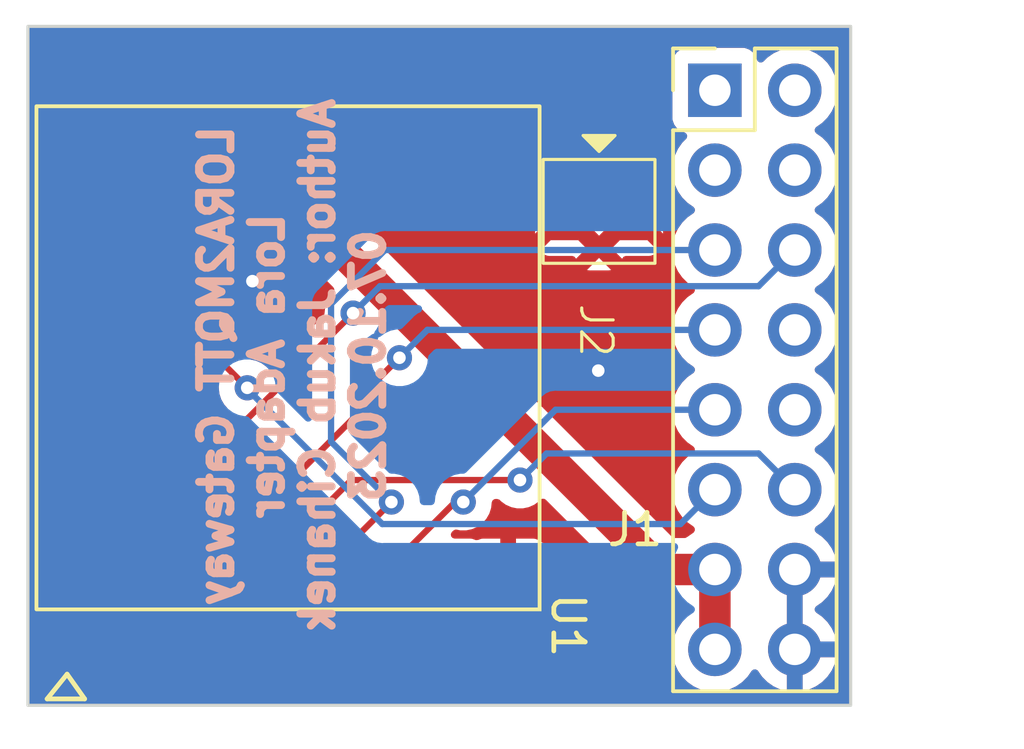
<source format=kicad_pcb>
(kicad_pcb (version 20221018) (generator pcbnew)
  (layers (0 "F.Cu" signal) (31 "B.Cu" signal) (34 "B.Paste" user) (35 "F.Paste" user) (36 "B.SilkS" user "B.Silkscreen") (37 "F.SilkS" user "F.Silkscreen") (38 "B.Mask" user) (39 "F.Mask" user) (44 "Edge.Cuts" user))
  (net 0 "")
  (net 3 "NSS")
  (net 4 "MOSI")
  (net 5 "RST")
  (net 6 "DIO0")
  (net 7 "+3.3V")
  (net 8 "GND")
  (net 9 "SCK")
  (net 10 "MISO")
  (net 11 "Net-(J2-In)")
  (footprint "radios_johnymalina:rfmxx_lora_module" (layer "F.Cu") (at 95.646 66.674 90)
    (fp_text reference "U1" (at -8.51 8.906 270 unlocked) (layer "F.SilkS"))
    (fp_text value "RFM9X")
    (fp_rect (start -8 8) (end 8 -8) (stroke (width 0.12)) (fill none) (layer "F.SilkS"))
    (pad "1" smd rect (at -8 -7 90) (size 3.5 1.5) (layers "F.Cu" "F.Paste" "F.Mask") (net 8 "GND"))
    (pad "2" smd rect (at -8 -5 90) (size 3.5 1.5) (layers "F.Cu" "F.Paste" "F.Mask") (net 10 "MISO"))
    (pad "3" smd rect (at -8 -3 90) (size 3.5 1.5) (layers "F.Cu" "F.Paste" "F.Mask") (net 4 "MOSI"))
    (pad "4" smd rect (at -8 -1 90) (size 3.5 1.5) (layers "F.Cu" "F.Paste" "F.Mask") (net 9 "SCK"))
    (pad "5" smd rect (at -8 1 90) (size 3.5 1.5) (layers "F.Cu" "F.Paste" "F.Mask") (net 3 "NSS"))
    (pad "6" smd rect (at -8 3 90) (size 3.5 1.5) (layers "F.Cu" "F.Paste" "F.Mask") (net 5 "RST"))
    (pad "7" smd rect (at -8 5 90) (size 3.5 1.5) (layers "F.Cu" "F.Paste" "F.Mask"))
    (pad "8" smd rect (at -8 7 90) (size 3.5 1.5) (layers "F.Cu" "F.Paste" "F.Mask") (net 8 "GND"))
    (pad "9" smd rect (at 8 7 90) (size 3.5 1.5) (layers "F.Cu" "F.Paste" "F.Mask") (net 11 "Net-(J2-In)"))
    (pad "10" smd rect (at 8 5 90) (size 3.5 1.5) (layers "F.Cu" "F.Paste" "F.Mask") (net 8 "GND"))
    (pad "11" smd rect (at 8 3 90) (size 3.5 1.5) (layers "F.Cu" "F.Paste" "F.Mask"))
    (pad "12" smd rect (at 8 1 90) (size 3.5 1.5) (layers "F.Cu" "F.Paste" "F.Mask"))
    (pad "13" smd rect (at 8 -1 90) (size 3.5 1.5) (layers "F.Cu" "F.Paste" "F.Mask") (net 7 "+3.3V"))
    (pad "14" smd rect (at 8 -3 90) (size 3.5 1.5) (layers "F.Cu" "F.Paste" "F.Mask") (net 6 "DIO0"))
    (pad "15" smd rect (at 8 -5 90) (size 3.5 1.5) (layers "F.Cu" "F.Paste" "F.Mask"))
    (pad "16" smd rect (at 8 -7 90) (size 3.5 1.5) (layers "F.Cu" "F.Paste" "F.Mask"))
  )
  (footprint "Connector_PinHeader_2.54mm:PinHeader_2x08_P2.54mm_Vertical" (layer "F.Cu") (at 109.22 58.166)
    (fp_text reference "J1" (at -2.54 13.97) (layer "F.SilkS"))
    (fp_text value "Conn_02x08_Odd_Even")
    (fp_line (start -1.33 -1.33) (end 0 -1.33) (stroke (width 0.12)) (layer "F.SilkS"))
    (fp_line (start -1.33 0) (end -1.33 -1.33) (stroke (width 0.12)) (layer "F.SilkS"))
    (fp_line (start -1.33 1.27) (end -1.33 19.11) (stroke (width 0.12)) (layer "F.SilkS"))
    (fp_line (start -1.33 1.27) (end 1.27 1.27) (stroke (width 0.12)) (layer "F.SilkS"))
    (fp_line (start -1.33 19.11) (end 3.87 19.11) (stroke (width 0.12)) (layer "F.SilkS"))
    (fp_line (start 1.27 -1.33) (end 3.87 -1.33) (stroke (width 0.12)) (layer "F.SilkS"))
    (fp_line (start 1.27 1.27) (end 1.27 -1.33) (stroke (width 0.12)) (layer "F.SilkS"))
    (fp_line (start 3.87 -1.33) (end 3.87 19.11) (stroke (width 0.12)) (layer "F.SilkS"))
    (pad "1" thru_hole rect (at 0 0) (size 1.7 1.7) (drill 1) (layers "*.Cu" "*.Mask"))
    (pad "2" thru_hole oval (at 2.54 0) (size 1.7 1.7) (drill 1) (layers "*.Cu" "*.Mask"))
    (pad "3" thru_hole oval (at 0 2.54) (size 1.7 1.7) (drill 1) (layers "*.Cu" "*.Mask"))
    (pad "4" thru_hole oval (at 2.54 2.54) (size 1.7 1.7) (drill 1) (layers "*.Cu" "*.Mask"))
    (pad "5" thru_hole oval (at 0 5.08) (size 1.7 1.7) (drill 1) (layers "*.Cu" "*.Mask") (net 3 "NSS"))
    (pad "6" thru_hole oval (at 2.54 5.08) (size 1.7 1.7) (drill 1) (layers "*.Cu" "*.Mask") (net 10 "MISO"))
    (pad "7" thru_hole oval (at 0 7.62) (size 1.7 1.7) (drill 1) (layers "*.Cu" "*.Mask") (net 4 "MOSI"))
    (pad "8" thru_hole oval (at 2.54 7.62) (size 1.7 1.7) (drill 1) (layers "*.Cu" "*.Mask"))
    (pad "9" thru_hole oval (at 0 10.16) (size 1.7 1.7) (drill 1) (layers "*.Cu" "*.Mask") (net 5 "RST"))
    (pad "10" thru_hole oval (at 2.54 10.16) (size 1.7 1.7) (drill 1) (layers "*.Cu" "*.Mask"))
    (pad "11" thru_hole oval (at 0 12.7) (size 1.7 1.7) (drill 1) (layers "*.Cu" "*.Mask") (net 6 "DIO0"))
    (pad "12" thru_hole oval (at 2.54 12.7) (size 1.7 1.7) (drill 1) (layers "*.Cu" "*.Mask") (net 9 "SCK"))
    (pad "13" thru_hole oval (at 0 15.24) (size 1.7 1.7) (drill 1) (layers "*.Cu" "*.Mask") (net 7 "+3.3V"))
    (pad "14" thru_hole oval (at 2.54 15.24) (size 1.7 1.7) (drill 1) (layers "*.Cu" "*.Mask") (net 8 "GND"))
    (pad "15" thru_hole oval (at 0 17.78) (size 1.7 1.7) (drill 1) (layers "*.Cu" "*.Mask") (net 7 "+3.3V"))
    (pad "16" thru_hole oval (at 2.54 17.78) (size 1.7 1.7) (drill 1) (layers "*.Cu" "*.Mask") (net 8 "GND"))
  )
  (footprint "connectors_johnymalina:IPX4_antena" (layer "F.Cu") (at 105.537 62.1444 180)
    (fp_text reference "J2" (at 0.0938 -3.6576 270 unlocked) (layer "F.SilkS") (effects (font (thickness 0.1))))
    (fp_text value "Conn_Coaxial")
    (fp_rect (start -1.778 -1.524) (end 1.778 1.778) (stroke (width 0.1)) (fill none) (layer "F.SilkS"))
    (fp_poly (pts (xy 0 2.032) (xy -0.508 2.54) (xy 0.508 2.54)) (stroke (width 0.1)) (fill solid) (layer "F.SilkS"))
    (pad "1" smd rect (at 0 1.1 180) (size 0.6 0.8) (layers "F.Cu" "F.Paste" "F.Mask") (net 11 "Net-(J2-In)"))
    (pad "2" smd rect (at -1.1 0 180) (size 0.87 1.58) (layers "F.Cu" "F.Paste" "F.Mask") (net 8 "GND"))
    (pad "2" smd rect (at 0 -1 180) (size 0.5 0.5) (layers "F.Cu" "F.Paste" "F.Mask") (net 8 "GND"))
    (pad "2" smd rect (at 1.1 0 180) (size 0.87 1.58) (layers "F.Cu" "F.Paste" "F.Mask") (net 8 "GND"))
  )
  (gr_line (start 87.9856 77.5208) (end 88.6206 76.7334) (stroke (width 0.15)) (layer "F.SilkS"))
  (gr_line (start 87.9856 77.5208) (end 89.1794 77.5208) (stroke (width 0.15)) (layer "F.SilkS"))
  (gr_line (start 89.1794 77.5208) (end 88.6206 76.7334) (stroke (width 0.15)) (layer "F.SilkS"))
  (gr_rect (start 87.376 56.134) (end 113.538 77.724) (stroke (width 0.1)) (fill none) (layer "Edge.Cuts"))
  (gr_text "LORA2MQTT Gateway\nLora Adapter\nAuthor: Jakub Cihanek\n07.10.2023" (at 98.7806 66.929 90) (layer "B.SilkS") (effects (font (size 1 1) (thickness 0.25) bold) (justify bottom mirror)))
  (segment (start 96.646 74.674) (end 96.646 73.5477) (width 0.2) (layer "F.Cu") (net 3))
  (segment (start 96.646 73.5477) (end 98.933 71.2607) (width 0.2) (layer "F.Cu") (net 3))
  (via (at 98.933 71.2607) (size 0.8) (drill 0.4) (layers "F.Cu" "B.Cu") (net 3))
  (segment (start 98.7298 63.246) (end 109.22 63.246) (width 0.2) (layer "B.Cu") (net 3))
  (segment (start 98.933 71.2607) (end 97.0138 69.3415) (width 0.2) (layer "B.Cu") (net 3))
  (segment (start 97.0138 64.962) (end 98.7298 63.246) (width 0.2) (layer "B.Cu") (net 3))
  (segment (start 97.0138 69.3415) (end 97.0138 64.962) (width 0.2) (layer "B.Cu") (net 3))
  (segment (start 97.852715 68.467285) (end 97.852715 68.009285) (width 0.2) (layer "F.Cu") (net 4))
  (segment (start 92.646 74.674) (end 92.646 73.674) (width 0.2) (layer "F.Cu") (net 4))
  (segment (start 92.646 73.674) (end 97.852715 68.467285) (width 0.2) (layer "F.Cu") (net 4))
  (segment (start 97.852715 68.009285) (end 99.189536 66.672464) (width 0.2) (layer "F.Cu") (net 4))
  (via (at 99.189536 66.672464) (size 0.8) (drill 0.4) (layers "F.Cu" "B.Cu") (net 4))
  (segment (start 99.189536 66.672464) (end 100.076 65.786) (width 0.2) (layer "B.Cu") (net 4))
  (segment (start 100.076 65.786) (end 109.22 65.786) (width 0.2) (layer "B.Cu") (net 4))
  (segment (start 98.646 74.674) (end 98.646 73.574) (width 0.2) (layer "F.Cu") (net 5))
  (segment (start 98.646 73.574) (end 100.9593 71.2607) (width 0.2) (layer "F.Cu") (net 5))
  (segment (start 100.9593 71.2607) (end 101.219 71.2607) (width 0.2) (layer "F.Cu") (net 5))
  (via (at 101.219 71.2607) (size 0.8) (drill 0.4) (layers "F.Cu" "B.Cu") (net 5))
  (segment (start 101.219 71.2607) (end 104.1537 68.326) (width 0.2) (layer "B.Cu") (net 5))
  (segment (start 104.1537 68.326) (end 109.22 68.326) (width 0.2) (layer "B.Cu") (net 5))
  (segment (start 92.646 65.9252) (end 94.348978 67.628178) (width 0.2) (layer "F.Cu") (net 6))
  (segment (start 92.646 58.674) (end 92.646 65.9252) (width 0.2) (layer "F.Cu") (net 6))
  (via (at 94.348978 67.628178) (size 0.8) (drill 0.4) (layers "F.Cu" "B.Cu") (net 6))
  (segment (start 108.1253 71.9607) (end 109.22 70.866) (width 0.2) (layer "B.Cu") (net 6))
  (segment (start 94.348978 67.666628) (end 98.64305 71.9607) (width 0.2) (layer "B.Cu") (net 6))
  (segment (start 94.348978 67.628178) (end 94.348978 67.666628) (width 0.2) (layer "B.Cu") (net 6))
  (segment (start 98.64305 71.9607) (end 108.1253 71.9607) (width 0.2) (layer "B.Cu") (net 6))
  (segment (start 107.478 73.406) (end 109.22 73.406) (width 1) (layer "F.Cu") (net 7))
  (segment (start 94.646 58.674) (end 94.646 60.574) (width 1) (layer "F.Cu") (net 7))
  (segment (start 94.646 60.574) (end 107.478 73.406) (width 1) (layer "F.Cu") (net 7))
  (segment (start 109.22 73.406) (end 109.22 75.946) (width 1) (layer "F.Cu") (net 7))
  (via (at 105.5116 67.0814) (size 0.8) (drill 0.4) (layers "F.Cu" "B.Cu") (net 8))
  (via (at 94.5134 64.2366) (size 0.8) (drill 0.4) (layers "F.Cu" "B.Cu") (net 8))
  (segment (start 94.646 74.674) (end 94.646 73.574) (width 0.2) (layer "F.Cu") (net 9))
  (segment (start 97.6588 70.5612) (end 103.0224 70.5612) (width 0.2) (layer "F.Cu") (net 9))
  (segment (start 94.646 73.574) (end 97.6588 70.5612) (width 0.2) (layer "F.Cu") (net 9))
  (via (at 103.0224 70.5612) (size 0.8) (drill 0.4) (layers "F.Cu" "B.Cu") (net 9))
  (segment (start 103.0224 70.5612) (end 103.8676 69.716) (width 0.2) (layer "B.Cu") (net 9))
  (segment (start 103.8676 69.716) (end 110.61 69.716) (width 0.2) (layer "B.Cu") (net 9))
  (segment (start 110.61 69.716) (end 111.76 70.866) (width 0.2) (layer "B.Cu") (net 9))
  (segment (start 90.646 74.674) (end 90.646 72.3204) (width 0.2) (layer "F.Cu") (net 10))
  (segment (start 90.646 72.3204) (end 97.7138 65.2526) (width 0.2) (layer "F.Cu") (net 10))
  (via (at 97.7138 65.2526) (size 0.8) (drill 0.4) (layers "F.Cu" "B.Cu") (net 10))
  (segment (start 98.5704 64.396) (end 110.61 64.396) (width 0.2) (layer "B.Cu") (net 10))
  (segment (start 97.7138 65.2526) (end 98.5704 64.396) (width 0.2) (layer "B.Cu") (net 10))
  (segment (start 110.61 64.396) (end 111.76 63.246) (width 0.2) (layer "B.Cu") (net 10))
  (segment (start 105.537 59.815) (end 105.537 61.0444) (width 1) (layer "F.Cu") (net 11))
  (segment (start 104.396 58.674) (end 105.537 59.815) (width 1) (layer "F.Cu") (net 11))
  (segment (start 102.646 58.674) (end 104.396 58.674) (width 1) (layer "F.Cu") (net 11))
  (zone (net 8) (net_name "GND") (layers "F&B.Cu") (connect_pads (clearance 0.5)) (min_thickness 0.25) (fill yes (thermal_gap 0.5) (thermal_bridge_width 0.5) (island_removal_mode 2) (island_area_min 10))
    (polygon (pts (xy 86.6394 55.5244) (xy 86.487 78.8416) (xy 115.6716 78.613) (xy 114.9096 55.2958)))
  )
)
</source>
